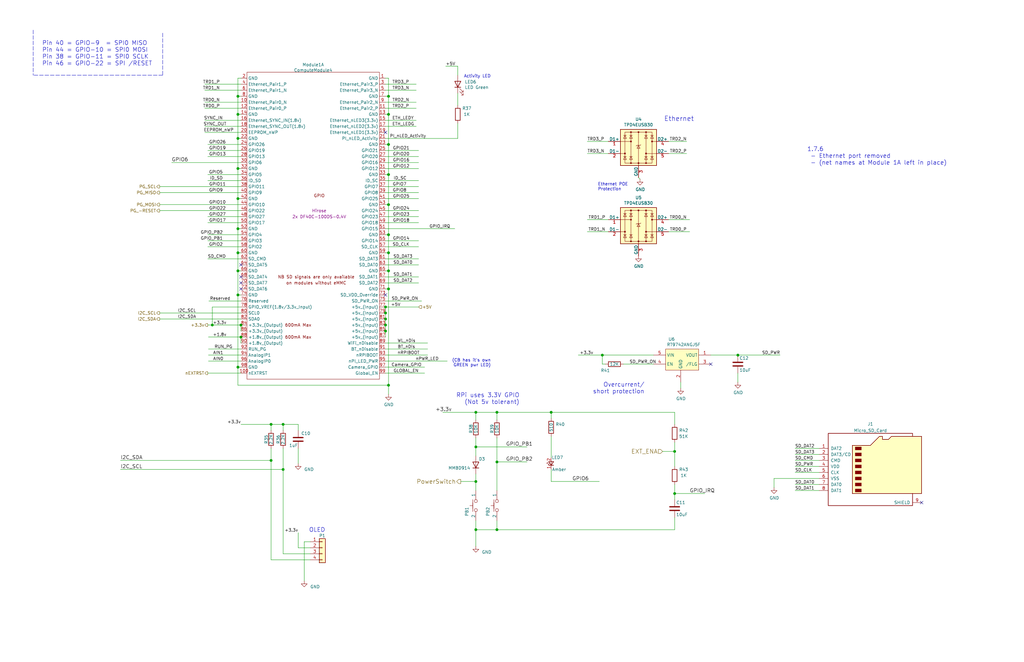
<source format=kicad_sch>
(kicad_sch (version 20211123) (generator eeschema)
  (paper "B")
  (title_block (title "ConnectBox CM4 for China Case") (date "2022-02-17") (rev "1.8.1") (comment 1 "JRA"))
  (lib_symbols
    (symbol "CM4IO:ComputeModule4-CM4"
      (property "Reference" "Module" (at 113.03 -68.58 0))
      (property "Value" "ComputeModule4-CM4" (at 140.97 2.54 0))
      (property "Field4" "Hirose" (at 0 0 0))
      (property "Field5" "2x DF40C-100DS-0.4V" (at 0 -2.54 0))
      (symbol "ComputeModule4-CM4_1_0"
        (text "GPIO" (at 0 6.35 0) (effects (font (size 1.27 1.27))))
      )
      (symbol "ComputeModule4-CM4_1_1"
        (text "600mA Max" (at -8.89 -53.34 0) (effects (font (size 1.27 1.27))))
        (text "600mA Max" (at -8.89 -48.26 0) (effects (font (size 1.27 1.27))))
        (text "NB SD signals are only available" (at -1.27 -27.94 0) (effects (font (size 1.27 1.27))))
        (text "on modules without eMMC" (at -1.27 -30.48 0) (effects (font (size 1.27 1.27))))
        (pin power_in line (at 27.94 55.88 180) (length 2.54) (name "GND") (number "1"))
        (pin passive line (at -33.02 45.72 0) (length 2.54) (name "Ethernet_Pair0_N") (number "10"))
        (pin output line (at -33.02 -68.58 0) (length 2.54) (name "nEXTRST") (number "100"))
        (pin passive line (at 27.94 43.18 180) (length 2.54) (name "Ethernet_Pair2_P") (number "11"))
        (pin passive line (at -33.02 43.18 0) (length 2.54) (name "Ethernet_Pair0_P") (number "12"))
        (pin power_in line (at 27.94 40.64 180) (length 2.54) (name "GND") (number "13"))
        (pin power_in line (at -33.02 40.64 0) (length 2.54) (name "GND") (number "14"))
        (pin output line (at 27.94 38.1 180) (length 2.54) (name "Ethernet_nLED3(3.3v)") (number "15"))
        (pin input line (at -33.02 38.1 0) (length 2.54) (name "Ethernet_SYNC_IN(1.8v)") (number "16"))
        (pin output line (at 27.94 35.56 180) (length 2.54) (name "Ethernet_nLED2(3.3v)") (number "17"))
        (pin input line (at -33.02 35.56 0) (length 2.54) (name "Ethernet_SYNC_OUT(1.8v)") (number "18"))
        (pin output line (at 27.94 33.02 180) (length 2.54) (name "Ethernet_nLED1(3.3v)") (number "19"))
        (pin power_in line (at -33.02 55.88 0) (length 2.54) (name "GND") (number "2"))
        (pin passive line (at -33.02 33.02 0) (length 2.54) (name "EEPROM_nWP") (number "20"))
        (pin open_collector line (at 27.94 30.48 180) (length 2.54) (name "PI_nLED_Activity") (number "21"))
        (pin power_in line (at -33.02 30.48 0) (length 2.54) (name "GND") (number "22"))
        (pin power_in line (at 27.94 27.94 180) (length 2.54) (name "GND") (number "23"))
        (pin passive line (at -33.02 27.94 0) (length 2.54) (name "GPIO26") (number "24"))
        (pin passive line (at 27.94 25.4 180) (length 2.54) (name "GPIO21") (number "25"))
        (pin passive line (at -33.02 25.4 0) (length 2.54) (name "GPIO19") (number "26"))
        (pin passive line (at 27.94 22.86 180) (length 2.54) (name "GPIO20") (number "27"))
        (pin passive line (at -33.02 22.86 0) (length 2.54) (name "GPIO13") (number "28"))
        (pin passive line (at 27.94 20.32 180) (length 2.54) (name "GPIO16") (number "29"))
        (pin passive line (at 27.94 53.34 180) (length 2.54) (name "Ethernet_Pair3_P") (number "3"))
        (pin passive line (at -33.02 20.32 0) (length 2.54) (name "GPIO6") (number "30"))
        (pin passive line (at 27.94 17.78 180) (length 2.54) (name "GPIO12") (number "31"))
        (pin power_in line (at -33.02 17.78 0) (length 2.54) (name "GND") (number "32"))
        (pin power_in line (at 27.94 15.24 180) (length 2.54) (name "GND") (number "33"))
        (pin passive line (at -33.02 15.24 0) (length 2.54) (name "GPIO5") (number "34"))
        (pin passive line (at 27.94 12.7 180) (length 2.54) (name "ID_SC") (number "35"))
        (pin passive line (at -33.02 12.7 0) (length 2.54) (name "ID_SD") (number "36"))
        (pin passive line (at 27.94 10.16 180) (length 2.54) (name "GPIO7") (number "37"))
        (pin passive line (at -33.02 10.16 0) (length 2.54) (name "GPIO11") (number "38"))
        (pin passive line (at 27.94 7.62 180) (length 2.54) (name "GPIO8") (number "39"))
        (pin passive line (at -33.02 53.34 0) (length 2.54) (name "Ethernet_Pair1_P") (number "4"))
        (pin passive line (at -33.02 7.62 0) (length 2.54) (name "GPIO9") (number "40"))
        (pin passive line (at 27.94 5.08 180) (length 2.54) (name "GPIO25") (number "41"))
        (pin power_in line (at -33.02 5.08 0) (length 2.54) (name "GND") (number "42"))
        (pin power_in line (at 27.94 2.54 180) (length 2.54) (name "GND") (number "43"))
        (pin passive line (at -33.02 2.54 0) (length 2.54) (name "GPIO10") (number "44"))
        (pin passive line (at 27.94 0 180) (length 2.54) (name "GPIO24") (number "45"))
        (pin passive line (at -33.02 0 0) (length 2.54) (name "GPIO22") (number "46"))
        (pin passive line (at 27.94 -2.54 180) (length 2.54) (name "GPIO23") (number "47"))
        (pin passive line (at -33.02 -2.54 0) (length 2.54) (name "GPIO27") (number "48"))
        (pin passive line (at 27.94 -5.08 180) (length 2.54) (name "GPIO18") (number "49"))
        (pin passive line (at 27.94 50.8 180) (length 2.54) (name "Ethernet_Pair3_N") (number "5"))
        (pin passive line (at -33.02 -5.08 0) (length 2.54) (name "GPIO17") (number "50"))
        (pin passive line (at 27.94 -7.62 180) (length 2.54) (name "GPIO15") (number "51"))
        (pin power_in line (at -33.02 -7.62 0) (length 2.54) (name "GND") (number "52"))
        (pin power_in line (at 27.94 -10.16 180) (length 2.54) (name "GND") (number "53"))
        (pin passive line (at -33.02 -10.16 0) (length 2.54) (name "GPIO4") (number "54"))
        (pin passive line (at 27.94 -12.7 180) (length 2.54) (name "GPIO14") (number "55"))
        (pin passive line (at -33.02 -12.7 0) (length 2.54) (name "GPIO3") (number "56"))
        (pin passive line (at 27.94 -15.24 180) (length 2.54) (name "SD_CLK") (number "57"))
        (pin passive line (at -33.02 -15.24 0) (length 2.54) (name "GPIO2") (number "58"))
        (pin power_in line (at 27.94 -17.78 180) (length 2.54) (name "GND") (number "59"))
        (pin passive line (at -33.02 50.8 0) (length 2.54) (name "Ethernet_Pair1_N") (number "6"))
        (pin power_in line (at -33.02 -17.78 0) (length 2.54) (name "GND") (number "60"))
        (pin passive line (at 27.94 -20.32 180) (length 2.54) (name "SD_DAT3") (number "61"))
        (pin passive line (at -33.02 -20.32 0) (length 2.54) (name "SD_CMD") (number "62"))
        (pin passive line (at 27.94 -22.86 180) (length 2.54) (name "SD_DAT0") (number "63"))
        (pin passive line (at -33.02 -22.86 0) (length 2.54) (name "SD_DAT5") (number "64"))
        (pin power_in line (at 27.94 -25.4 180) (length 2.54) (name "GND") (number "65"))
        (pin power_in line (at -33.02 -25.4 0) (length 2.54) (name "GND") (number "66"))
        (pin passive line (at 27.94 -27.94 180) (length 2.54) (name "SD_DAT1") (number "67"))
        (pin passive line (at -33.02 -27.94 0) (length 2.54) (name "SD_DAT4") (number "68"))
        (pin passive line (at 27.94 -30.48 180) (length 2.54) (name "SD_DAT2") (number "69"))
        (pin power_in line (at 27.94 48.26 180) (length 2.54) (name "GND") (number "7"))
        (pin passive line (at -33.02 -30.48 0) (length 2.54) (name "SD_DAT7") (number "70"))
        (pin power_in line (at 27.94 -33.02 180) (length 2.54) (name "GND") (number "71"))
        (pin passive line (at -33.02 -33.02 0) (length 2.54) (name "SD_DAT6") (number "72"))
        (pin input line (at 27.94 -35.56 180) (length 2.54) (name "SD_VDD_Override") (number "73"))
        (pin power_in line (at -33.02 -35.56 0) (length 2.54) (name "GND") (number "74"))
        (pin output line (at 27.94 -38.1 180) (length 2.54) (name "SD_PWR_ON") (number "75"))
        (pin passive line (at -33.02 -38.1 0) (length 2.54) (name "Reserved") (number "76"))
        (pin power_in line (at 27.94 -40.64 180) (length 2.54) (name "+5v_(Input)") (number "77"))
        (pin power_in line (at -33.02 -40.64 0) (length 2.54) (name "GPIO_VREF(1.8v/3.3v_Input)") (number "78"))
        (pin power_in line (at 27.94 -43.18 180) (length 2.54) (name "+5v_(Input)") (number "79"))
        (pin power_in line (at -33.02 48.26 0) (length 2.54) (name "GND") (number "8"))
        (pin passive line (at -33.02 -43.18 0) (length 2.54) (name "SCL0") (number "80"))
        (pin power_in line (at 27.94 -45.72 180) (length 2.54) (name "+5v_(Input)") (number "81"))
        (pin passive line (at -33.02 -45.72 0) (length 2.54) (name "SDA0") (number "82"))
        (pin power_in line (at 27.94 -48.26 180) (length 2.54) (name "+5v_(Input)") (number "83"))
        (pin power_out line (at -33.02 -48.26 0) (length 2.54) (name "+3.3v_(Output)") (number "84"))
        (pin power_in line (at 27.94 -50.8 180) (length 2.54) (name "+5v_(Input)") (number "85"))
        (pin power_out line (at -33.02 -50.8 0) (length 2.54) (name "+3.3v_(Output)") (number "86"))
        (pin power_in line (at 27.94 -53.34 180) (length 2.54) (name "+5v_(Input)") (number "87"))
        (pin power_out line (at -33.02 -53.34 0) (length 2.54) (name "+1.8v_(Output)") (number "88"))
        (pin power_in line (at 27.94 -55.88 180) (length 2.54) (name "WiFi_nDisable") (number "89"))
        (pin passive line (at 27.94 45.72 180) (length 2.54) (name "Ethernet_Pair2_N") (number "9"))
        (pin power_out line (at -33.02 -55.88 0) (length 2.54) (name "+1.8v_(Output)") (number "90"))
        (pin power_in line (at 27.94 -58.42 180) (length 2.54) (name "BT_nDisable") (number "91"))
        (pin passive line (at -33.02 -58.42 0) (length 2.54) (name "RUN_PG") (number "92"))
        (pin input line (at 27.94 -60.96 180) (length 2.54) (name "nRPIBOOT") (number "93"))
        (pin passive line (at -33.02 -60.96 0) (length 2.54) (name "AnalogIP1") (number "94"))
        (pin output line (at 27.94 -63.5 180) (length 2.54) (name "nPI_LED_PWR") (number "95"))
        (pin passive line (at -33.02 -63.5 0) (length 2.54) (name "AnalogIP0") (number "96"))
        (pin passive line (at 27.94 -66.04 180) (length 2.54) (name "Camera_GPIO") (number "97"))
        (pin power_in line (at -33.02 -66.04 0) (length 2.54) (name "GND") (number "98"))
        (pin input line (at 27.94 -68.58 180) (length 2.54) (name "Global_EN") (number "99"))
      )
      (symbol "ComputeModule4-CM4_2_1"
        (text "High Speed Serial" (at 140.97 0 0) (effects (font (size 1.27 1.27))))
        (pin input line (at 170.18 60.96 180) (length 5.08) (name "USB_OTG_ID") (number "101"))
        (pin input line (at 109.22 60.96 0) (length 5.08) (name "PCIe_CLK_nREQ") (number "102"))
        (pin passive line (at 170.18 58.42 180) (length 5.08) (name "USB2_N") (number "103"))
        (pin passive line (at 109.22 58.42 0) (length 5.08) (name "Reserved") (number "104"))
        (pin passive line (at 170.18 55.88 180) (length 5.08) (name "USB2_P") (number "105"))
        (pin passive line (at 109.22 55.88 0) (length 5.08) (name "Reserved") (number "106"))
        (pin power_in line (at 170.18 53.34 180) (length 5.08) (name "GND") (number "107"))
        (pin power_in line (at 109.22 53.34 0) (length 5.08) (name "GND") (number "108"))
        (pin bidirectional line (at 170.18 50.8 180) (length 5.08) (name "PCIe_nRST") (number "109"))
        (pin output line (at 109.22 50.8 0) (length 5.08) (name "PCIe_CLK_P") (number "110"))
        (pin passive line (at 170.18 48.26 180) (length 5.08) (name "VDAC_COMP") (number "111"))
        (pin output line (at 109.22 48.26 0) (length 5.08) (name "PCIe_CLK_N") (number "112"))
        (pin power_in line (at 170.18 45.72 180) (length 5.08) (name "GND") (number "113"))
        (pin power_in line (at 109.22 45.72 0) (length 5.08) (name "GND") (number "114"))
        (pin input line (at 170.18 43.18 180) (length 5.08) (name "CAM1_D0_N") (number "115"))
        (pin input line (at 109.22 43.18 0) (length 5.08) (name "PCIe_RX_P") (number "116"))
        (pin input line (at 170.18 40.64 180) (length 5.08) (name "CAM1_D0_P") (number "117"))
        (pin input line (at 109.22 40.64 0) (length 5.08) (name "PCIe_RX_N") (number "118"))
        (pin power_in line (at 170.18 38.1 180) (length 5.08) (name "GND") (number "119"))
        (pin power_in line (at 109.22 38.1 0) (length 5.08) (name "GND") (number "120"))
        (pin input line (at 170.18 35.56 180) (length 5.08) (name "CAM1_D1_N") (number "121"))
        (pin output line (at 109.22 35.56 0) (length 5.08) (name "PCIe_TX_P") (number "122"))
        (pin input line (at 170.18 33.02 180) (length 5.08) (name "CAM1_D1_P") (number "123"))
        (pin output line (at 109.22 33.02 0) (length 5.08) (name "PCIe_TX_N") (number "124"))
        (pin power_in line (at 170.18 30.48 180) (length 5.08) (name "GND") (number "125"))
        (pin power_in line (at 109.22 30.48 0) (length 5.08) (name "GND") (number "126"))
        (pin input line (at 170.18 27.94 180) (length 5.08) (name "CAM1_C_N") (number "127"))
        (pin input line (at 109.22 27.94 0) (length 5.08) (name "CAM0_D0_N") (number "128"))
        (pin input line (at 170.18 25.4 180) (length 5.08) (name "CAM1_C_P") (number "129"))
        (pin input line (at 109.22 25.4 0) (length 5.08) (name "CAM0_D0_P") (number "130"))
        (pin power_in line (at 170.18 22.86 180) (length 5.08) (name "GND") (number "131"))
        (pin power_in line (at 109.22 22.86 0) (length 5.08) (name "GND") (number "132"))
        (pin input line (at 170.18 20.32 180) (length 5.08) (name "CAM1_D2_N") (number "133"))
        (pin input line (at 109.22 20.32 0) (length 5.08) (name "CAM0_D1_N") (number "134"))
        (pin input line (at 170.18 17.78 180) (length 5.08) (name "CAM1_D2_P") (number "135"))
        (pin input line (at 109.22 17.78 0) (length 5.08) (name "CAM0_D1_P") (number "136"))
        (pin power_in line (at 170.18 15.24 180) (length 5.08) (name "GND") (number "137"))
        (pin power_in line (at 109.22 15.24 0) (length 5.08) (name "GND") (number "138"))
        (pin input line (at 170.18 12.7 180) (length 5.08) (name "CAM1_D3_N") (number "139"))
        (pin input line (at 109.22 12.7 0) (length 5.08) (name "CAM0_C_N") (number "140"))
        (pin input line (at 170.18 10.16 180) (length 5.08) (name "CAM1_D3_P") (number "141"))
        (pin input line (at 109.22 10.16 0) (length 5.08) (name "CAM0_C_P") (number "142"))
        (pin input line (at 170.18 7.62 180) (length 5.08) (name "HDMI1_HOTPLUG") (number "143"))
        (pin power_in line (at 109.22 7.62 0) (length 5.08) (name "GND") (number "144"))
        (pin bidirectional line (at 170.18 5.08 180) (length 5.08) (name "HDMI1_SDA") (number "145"))
        (pin output line (at 109.22 5.08 0) (length 5.08) (name "HDMI1_TX2_P") (number "146"))
        (pin open_collector line (at 170.18 2.54 180) (length 5.08) (name "HDMI1_SCL") (number "147"))
        (pin output line (at 109.22 2.54 0) (length 5.08) (name "HDMI1_TX2_N") (number "148"))
        (pin open_collector line (at 170.18 0 180) (length 5.08) (name "HDMI1_CEC") (number "149"))
        (pin power_in line (at 109.22 0 0) (length 5.08) (name "GND") (number "150"))
        (pin open_collector line (at 170.18 -2.54 180) (length 5.08) (name "HDMI0_CEC") (number "151"))
        (pin output line (at 109.22 -2.54 0) (length 5.08) (name "HDMI1_TX1_P") (number "152"))
        (pin input line (at 170.18 -5.08 180) (length 5.08) (name "HDMI0_HOTPLUG") (number "153"))
        (pin output line (at 109.22 -5.08 0) (length 5.08) (name "HDMI1_TX1_N") (number "154"))
        (pin power_in line (at 170.18 -7.62 180) (length 5.08) (name "GND") (number "155"))
        (pin power_in line (at 109.22 -7.62 0) (length 5.08) (name "GND") (number "156"))
        (pin output line (at 170.18 -10.16 180) (length 5.08) (name "DSI0_D0_N") (number "157"))
        (pin output line (at 109.22 -10.16 0) (length 5.08) (name "HDMI1_TX0_P") (number "158"))
        (pin output line (at 170.18 -12.7 180) (length 5.08) (name "DSI0_D0_P") (number "159"))
        (pin output line (at 109.22 -12.7 0) (length 5.08) (name "HDMI1_TX0_N") (number "160"))
        (pin power_in line (at 170.18 -15.24 180) (length 5.08) (name "GND") (number "161"))
        (pin power_in line (at 109.22 -15.24 0) (length 5.08) (name "GND") (number "162"))
        (pin output line (at 170.18 -17.78 180) (length 5.08) (name "DSI0_D1_N") (number "163"))
        (pin output line (at 109.22 -17.78 0) (length 5.08) (name "HDMI1_CLK_P") (number "164"))
        (pin output line (at 170.18 -20.32 180) (length 5.08) (name "DSI0_D1_P") (number "165"))
        (pin output line (at 109.22 -20.32 0) (length 5.08) (name "HDMI1_CLK_N") (number "166"))
        (pin power_in line (at 170.18 -22.86 180) (length 5.08) (name "GND") (number "167"))
        (pin power_in line (at 109.22 -22.86 0) (length 5.08) (name "GND") (number "168"))
        (pin output line (at 170.18 -25.4 180) (length 5.08) (name "DSI0_C_N") (number "169"))
        (pin output line (at 109.22 -25.4 0) (length 5.08) (name "HDMI0_TX2_P") (number "170"))
        (pin output line (at 170.18 -27.94 180) (length 5.08) (name "DSI0_C_P") (number "171"))
        (pin output line (at 109.22 -27.94 0) (length 5.08) (name "HDMI0_TX2_N") (number "172"))
        (pin power_in line (at 170.18 -30.48 180) (length 5.08) (name "GND") (number "173"))
        (pin power_in line (at 109.22 -30.48 0) (length 5.08) (name "GND") (number "174"))
        (pin output line (at 170.18 -33.02 180) (length 5.08) (name "DSI1_D0_N") (number "175"))
        (pin output line (at 109.22 -33.02 0) (length 5.08) (name "HDMI0_TX1_P") (number "176"))
        (pin output line (at 170.18 -35.56 180) (length 5.08) (name "DSI1_D0_P") (number "177"))
        (pin output line (at 109.22 -35.56 0) (length 5.08) (name "HDMI0_TX1_N") (number "178"))
        (pin power_in line (at 170.18 -38.1 180) (length 5.08) (name "GND") (number "179"))
        (pin power_in line (at 109.22 -38.1 0) (length 5.08) (name "GND") (number "180"))
        (pin output line (at 170.18 -40.64 180) (length 5.08) (name "DSI1_D1_N") (number "181"))
        (pin output line (at 109.22 -40.64 0) (length 5.08) (name "HDMI0_TX0_P") (number "182"))
        (pin output line (at 170.18 -43.18 180) (length 5.08) (name "DSI1_D1_P") (number "183"))
        (pin output line (at 109.22 -43.18 0) (length 5.08) (name "HDMI0_TX0_N") (number "184"))
        (pin power_in line (at 170.18 -45.72 180) (length 5.08) (name "GND") (number "185"))
        (pin power_in line (at 109.22 -45.72 0) (length 5.08) (name "GND") (number "186"))
        (pin output line (at 170.18 -48.26 180) (length 5.08) (name "DSI1_C_N") (number "187"))
        (pin output line (at 109.22 -48.26 0) (length 5.08) (name "HDMI0_CLK_P") (number "188"))
        (pin output line (at 170.18 -50.8 180) (length 5.08) (name "DSI1_C_P") (number "189"))
        (pin output line (at 109.22 -50.8 0) (length 5.08) (name "HDMI0_CLK_N") (number "190"))
        (pin power_in line (at 170.18 -53.34 180) (length 5.08) (name "GND") (number "191"))
        (pin power_in line (at 109.22 -53.34 0) (length 5.08) (name "GND") (number "192"))
        (pin output line (at 170.18 -55.88 180) (length 5.08) (name "DSI1_D2_N") (number "193"))
        (pin output line (at 109.22 -55.88 0) (length 5.08) (name "DSI1_D3_N") (number "194"))
        (pin output line (at 170.18 -58.42 180) (length 5.08) (name "DSI1_D2_P") (number "195"))
        (pin output line (at 109.22 -58.42 0) (length 5.08) (name "DSI1_D3_P") (number "196"))
        (pin power_in line (at 170.18 -60.96 180) (length 5.08) (name "GND") (number "197"))
        (pin power_in line (at 109.22 -60.96 0) (length 5.08) (name "GND") (number "198"))
        (pin bidirectional line (at 170.18 -63.5 180) (length 5.08) (name "HDMI0_SDA") (number "199"))
        (pin open_collector line (at 109.22 -63.5 0) (length 5.08) (name "HDMI0_SCL") (number "200"))
      )
    )
    (symbol "CM4IO:TPD4EUSB30" (pin_names (offset 0))
      (property "Reference" "U" (at -0.635 8.89 0))
      (property "Value" "TPD4EUSB30" (at 8.89 -10.16 0))
      (symbol "TPD4EUSB30_1_1"
        (pin passive line (at -12.7 2.54 0) (length 5.08) (name "D1+") (number "1"))
        (pin passive line (at -12.7 2.54 0) (length 5.08) hide (name "~") (number "10"))
        (pin passive line (at -12.7 -2.54 0) (length 5.08) (name "D1-") (number "2"))
        (pin power_in line (at 0 -12.7 90) (length 5.08) (name "GND") (number "3"))
        (pin passive line (at 12.7 2.54 180) (length 5.08) (name "D2+") (number "4"))
        (pin passive line (at 12.7 -2.54 180) (length 5.08) (name "D2-") (number "5"))
        (pin passive line (at 12.7 -2.54 180) (length 5.08) hide (name "~") (number "6"))
        (pin passive line (at 12.7 2.54 180) (length 5.08) hide (name "~") (number "7"))
        (pin passive line (at 0 -12.7 90) (length 5.08) hide (name "GND") (number "8"))
        (pin passive line (at -12.7 -2.54 0) (length 5.08) hide (name "~") (number "9"))
      )
    )
    (symbol "Connector:Micro_SD_Card" (pin_names (offset 1.016))
      (property "Reference" "J" (at -16.51 15.24 0))
      (property "Value" "Micro_SD_Card" (at 16.51 15.24 0))
      (symbol "Micro_SD_Card_1_1"
        (pin bidirectional line (at -22.86 7.62 0) (length 3.81) (name "DAT2") (number "1"))
        (pin bidirectional line (at -22.86 5.08 0) (length 3.81) (name "DAT3/CD") (number "2"))
        (pin input line (at -22.86 2.54 0) (length 3.81) (name "CMD") (number "3"))
        (pin power_in line (at -22.86 0 0) (length 3.81) (name "VDD") (number "4"))
        (pin input line (at -22.86 -2.54 0) (length 3.81) (name "CLK") (number "5"))
        (pin power_in line (at -22.86 -5.08 0) (length 3.81) (name "VSS") (number "6"))
        (pin bidirectional line (at -22.86 -7.62 0) (length 3.81) (name "DAT0") (number "7"))
        (pin bidirectional line (at -22.86 -10.16 0) (length 3.81) (name "DAT1") (number "8"))
        (pin passive line (at 20.32 -15.24 180) (length 3.81) (name "SHIELD") (number "9"))
      )
    )
    (symbol "Connector_Generic:Conn_01x04" (pin_names (offset 1.016) hide)
      (property "Reference" "J" (at 0 5.08 0))
      (property "Value" "Conn_01x04" (at 0 -7.62 0))
      (symbol "Conn_01x04_1_1"
        (pin passive line (at -5.08 2.54 0) (length 3.81) (name "Pin_1") (number "1"))
        (pin passive line (at -5.08 0 0) (length 3.81) (name "Pin_2") (number "2"))
        (pin passive line (at -5.08 -2.54 0) (length 3.81) (name "Pin_3") (number "3"))
        (pin passive line (at -5.08 -5.08 0) (length 3.81) (name "Pin_4") (number "4"))
      )
    )
    (symbol "CustomComponents:SPST-PUSH" (pin_numbers hide) (pin_names (offset 0))
      (property "Reference" "SW" (at -2.54 3.81 0))
      (property "Value" "SPST-PUSH" (at -1.27 -2.54 0))
      (symbol "SPST-PUSH_1_1"
        (pin passive line (at 6.35 0 180) (length 3.81) (name "1") (number "1"))
        (pin passive line (at -6.35 0 0) (length 3.81) (name "2") (number "2"))
      )
    )
    (symbol "Custom_1:T9742ANGJ5F"
      (property "Reference" "U" (at -2.54 13.97 0))
      (property "Value" "T9742ANGJ5F" (at 2.54 11.43 0))
      (symbol "T9742ANGJ5F_1_1"
        (pin power_out line (at 11.43 6.35 180) (length 5.08) (name "VOUT") (number "1"))
        (pin input line (at -1.27 -5.08 90) (length 5.08) (name "GND") (number "2"))
        (pin input line (at 11.43 2.54 180) (length 5.08) (name "/FLG") (number "3"))
        (pin input line (at -12.7 2.54 0) (length 5.08) (name "EN") (number "4"))
        (pin input line (at -12.7 6.35 0) (length 5.08) (name "VIN") (number "5"))
      )
    )
    (symbol "Device:C" (pin_numbers hide) (pin_names (offset 0.254))
      (property "Reference" "C" (at 0.635 2.54 0))
      (property "Value" "C" (at 0.635 -2.54 0))
      (symbol "C_1_1"
        (pin passive line (at 0 3.81 270) (length 2.794) (name "~") (number "1"))
        (pin passive line (at 0 -3.81 90) (length 2.794) (name "~") (number "2"))
      )
    )
    (symbol "Device:LED" (pin_numbers hide) (pin_names hide)
      (property "Reference" "D" (at 0 2.54 0))
      (property "Value" "LED" (at 0 -2.54 0))
      (symbol "LED_1_1"
        (pin passive line (at -3.81 0 0) (length 2.54) (name "K") (number "1"))
        (pin passive line (at 3.81 0 180) (length 2.54) (name "A") (number "2"))
      )
    )
    (symbol "Device:R" (pin_numbers hide) (pin_names (offset 0))
      (property "Reference" "R" (at 2.032 0 90))
      (property "Value" "R" (at 0 0 90))
      (symbol "R_1_1"
        (pin passive line (at 0 3.81 270) (length 1.27) (name "~") (number "1"))
        (pin passive line (at 0 -3.81 90) (length 1.27) (name "~") (number "2"))
      )
    )
    (symbol "Diode:1N914" (pin_numbers hide) (pin_names (offset 1.016) hide)
      (property "Reference" "D" (at 0 2.54 0))
      (property "Value" "1N914" (at 0 -2.54 0))
      (symbol "1N914_1_1"
        (pin passive line (at -3.81 0 0) (length 2.54) (name "K") (number "1"))
        (pin passive line (at 3.81 0 180) (length 2.54) (name "A") (number "2"))
      )
    )
    (symbol "LED_Small_1" (pin_names (offset 0.254) hide)
      (property "Reference" "D" (at -1.27 3.175 0))
      (property "Value" "LED_Small_1" (at -4.445 -2.54 0))
      (symbol "LED_Small_1_1_1"
        (pin passive line (at -2.54 0 0) (length 1.778) (name "K") (number "1"))
        (pin passive line (at 2.54 0 180) (length 1.778) (name "A") (number "2"))
      )
    )
    (symbol "power:GND" (power) (pin_names (offset 0))
      (property "Value" "GND" (at 0 -3.81 0))
      (symbol "GND_1_1"
        (pin power_in line (at 0 0 270) (length 0) hide (name "GND") (number "1"))
      )
    )
  )
  (junction (at 163.83 114.3) (diameter 1.016))
  (junction (at 100.33 106.68) (diameter 1.016))
  (junction (at 114.3 179.07) (diameter 1.016))
  (junction (at 162.56 139.7) (diameter 1.016))
  (junction (at 114.3 194.31) (diameter 1.016))
  (junction (at 209.55 223.52) (diameter 1.016))
  (junction (at 163.83 86.36) (diameter 1.016))
  (junction (at 101.6 142.24) (diameter 1.016))
  (junction (at 163.83 60.96) (diameter 1.016))
  (junction (at 163.83 40.64) (diameter 1.016))
  (junction (at 163.83 121.92) (diameter 1.016))
  (junction (at 200.66 203.2) (diameter 1.016))
  (junction (at 163.83 48.26) (diameter 1.016))
  (junction (at 209.55 194.945) (diameter 1.016))
  (junction (at 101.6 137.16) (diameter 1.016))
  (junction (at 119.38 179.07) (diameter 1.016))
  (junction (at 163.83 73.66) (diameter 1.016))
  (junction (at 163.83 99.06) (diameter 1.016))
  (junction (at 100.33 40.64) (diameter 1.016))
  (junction (at 100.33 58.42) (diameter 1.016))
  (junction (at 100.33 96.52) (diameter 1.016))
  (junction (at 284.48 190.5) (diameter 1.016))
  (junction (at 162.56 129.54) (diameter 1.016))
  (junction (at 232.41 173.99) (diameter 1.016))
  (junction (at 100.33 83.82) (diameter 1.016))
  (junction (at 89.535 137.16) (diameter 1.016))
  (junction (at 100.33 124.46) (diameter 1.016))
  (junction (at 209.55 173.99) (diameter 1.016))
  (junction (at 200.66 223.52) (diameter 1.016))
  (junction (at 200.66 188.595) (diameter 1.016))
  (junction (at 311.15 149.86) (diameter 1.016))
  (junction (at 162.56 137.16) (diameter 1.016))
  (junction (at 200.66 173.99) (diameter 1.016))
  (junction (at 100.33 114.3) (diameter 1.016))
  (junction (at 100.33 154.94) (diameter 1.016))
  (junction (at 163.83 106.68) (diameter 1.016))
  (junction (at 254 149.86) (diameter 1.016))
  (junction (at 162.56 134.62) (diameter 1.016))
  (junction (at 163.83 162.56) (diameter 1.016))
  (junction (at 100.33 71.12) (diameter 1.016))
  (junction (at 284.48 208.28) (diameter 1.016))
  (junction (at 162.56 132.08) (diameter 1.016))
  (junction (at 100.33 48.26) (diameter 1.016))
  (junction (at 119.38 198.12) (diameter 1.016))
  (no_connect (at 388.62 212.09))
  (no_connect (at 101.6 119.38))
  (no_connect (at 101.6 116.84))
  (no_connect (at 101.6 111.76))
  (no_connect (at 299.72 153.67))
  (no_connect (at 162.56 55.88))
  (no_connect (at 101.6 121.92))
  (no_connect (at 162.56 124.46))
  (wire (pts (xy 299.72 149.86) (xy 311.15 149.86)))
  (wire (pts (xy 335.28 199.39) (xy 345.44 199.39)))
  (wire (pts (xy 162.56 129.54) (xy 162.56 132.08)))
  (wire (pts (xy 101.6 48.26) (xy 100.33 48.26)))
  (wire (pts (xy 67.31 88.9) (xy 101.6 88.9)))
  (wire (pts (xy 200.66 219.71) (xy 200.66 223.52)))
  (wire (pts (xy 162.56 45.72) (xy 175.514 45.72)))
  (wire (pts (xy 335.28 204.47) (xy 345.44 204.47)))
  (wire (pts (xy 243.84 149.86) (xy 254 149.86)))
  (wire (pts (xy 163.83 40.64) (xy 163.83 48.26)))
  (wire (pts (xy 311.15 157.48) (xy 311.15 161.29)))
  (wire (pts (xy 67.31 86.36) (xy 101.6 86.36)))
  (wire (pts (xy 100.33 71.12) (xy 101.6 71.12)))
  (wire (pts (xy 200.66 200.025) (xy 200.66 203.2)))
  (wire (pts (xy 200.66 203.2) (xy 200.66 207.01)))
  (polyline (pts (xy 13.97 12.7) (xy 13.97 31.75)) (stroke (width 0) (type dash)))
  (polyline (pts (xy 68.58 13.97) (xy 68.58 31.75)) (stroke (width 0) (type dash)))
  (polyline (pts (xy 68.58 31.75) (xy 13.97 31.75)) (stroke (width 0) (type dash)))
  (wire (pts (xy 87.63 73.66) (xy 101.6 73.66)))
  (wire (pts (xy 86.36 45.72) (xy 101.6 45.72)))
  (wire (pts (xy 162.56 147.32) (xy 180.34 147.32)))
  (wire (pts (xy 162.56 63.5) (xy 176.53 63.5)))
  (wire (pts (xy 87.63 104.14) (xy 101.6 104.14)))
  (wire (pts (xy 162.56 157.48) (xy 179.07 157.48)))
  (wire (pts (xy 128.27 228.6) (xy 128.27 245.11)))
  (wire (pts (xy 162.56 40.64) (xy 163.83 40.64)))
  (wire (pts (xy 162.56 81.28) (xy 176.53 81.28)))
  (wire (pts (xy 162.56 96.52) (xy 191.77 96.52)))
  (wire (pts (xy 163.83 73.66) (xy 163.83 86.36)))
  (wire (pts (xy 209.55 194.945) (xy 222.25 194.945)))
  (wire (pts (xy 87.63 91.44) (xy 101.6 91.44)))
  (wire (pts (xy 162.56 111.76) (xy 176.53 111.76)))
  (wire (pts (xy 87.63 99.06) (xy 101.6 99.06)))
  (wire (pts (xy 200.66 177.165) (xy 200.66 173.99)))
  (wire (pts (xy 87.63 101.6) (xy 101.6 101.6)))
  (wire (pts (xy 50.8 194.31) (xy 114.3 194.31)))
  (wire (pts (xy 162.56 114.3) (xy 163.83 114.3)))
  (wire (pts (xy 119.38 179.07) (xy 125.73 179.07)))
  (wire (pts (xy 100.33 58.42) (xy 100.33 71.12)))
  (wire (pts (xy 87.63 157.48) (xy 101.6 157.48)))
  (wire (pts (xy 193.04 39.37) (xy 193.04 44.45)))
  (wire (pts (xy 209.55 184.785) (xy 209.55 194.945)))
  (wire (pts (xy 100.33 83.82) (xy 101.6 83.82)))
  (wire (pts (xy 114.3 194.31) (xy 114.3 236.22)))
  (wire (pts (xy 114.3 236.22) (xy 130.81 236.22)))
  (wire (pts (xy 256.54 97.79) (xy 247.65 97.79)))
  (wire (pts (xy 335.28 191.77) (xy 345.44 191.77)))
  (wire (pts (xy 281.94 92.71) (xy 290.83 92.71)))
  (wire (pts (xy 162.56 71.12) (xy 176.53 71.12)))
  (wire (pts (xy 335.28 207.01) (xy 345.44 207.01)))
  (wire (pts (xy 200.66 223.52) (xy 209.55 223.52)))
  (wire (pts (xy 209.55 223.52) (xy 209.55 219.71)))
  (wire (pts (xy 326.39 201.93) (xy 326.39 205.74)))
  (wire (pts (xy 269.24 74.93) (xy 269.875 75.565)))
  (wire (pts (xy 125.73 231.14) (xy 125.73 224.79)))
  (wire (pts (xy 130.81 231.14) (xy 125.73 231.14)))
  (wire (pts (xy 130.81 228.6) (xy 128.27 228.6)))
  (wire (pts (xy 87.63 93.98) (xy 101.6 93.98)))
  (wire (pts (xy 162.56 119.38) (xy 176.53 119.38)))
  (wire (pts (xy 162.56 86.36) (xy 163.83 86.36)))
  (wire (pts (xy 281.94 64.77) (xy 289.56 64.77)))
  (wire (pts (xy 87.63 137.16) (xy 89.535 137.16)))
  (wire (pts (xy 89.535 137.16) (xy 101.6 137.16)))
  (wire (pts (xy 100.33 58.42) (xy 101.6 58.42)))
  (wire (pts (xy 162.56 68.58) (xy 176.53 68.58)))
  (wire (pts (xy 86.36 38.1) (xy 101.6 38.1)))
  (wire (pts (xy 162.56 60.96) (xy 163.83 60.96)))
  (wire (pts (xy 162.56 101.6) (xy 176.53 101.6)))
  (wire (pts (xy 88.0872 127) (xy 101.6 127)))
  (wire (pts (xy 162.56 58.42) (xy 193.04 58.42)))
  (wire (pts (xy 194.31 203.2) (xy 200.66 203.2)))
  (wire (pts (xy 162.56 66.04) (xy 176.53 66.04)))
  (wire (pts (xy 162.56 35.56) (xy 175.514 35.56)))
  (wire (pts (xy 209.55 223.52) (xy 284.48 223.52)))
  (wire (pts (xy 284.48 210.82) (xy 284.48 208.28)))
  (wire (pts (xy 284.48 223.52) (xy 284.48 218.44)))
  (wire (pts (xy 162.56 38.1) (xy 175.514 38.1)))
  (wire (pts (xy 162.56 144.78) (xy 180.34 144.78)))
  (wire (pts (xy 86.36 35.56) (xy 101.6 35.56)))
  (wire (pts (xy 163.83 86.36) (xy 163.83 99.06)))
  (wire (pts (xy 281.94 59.69) (xy 289.56 59.69)))
  (wire (pts (xy 100.33 106.68) (xy 100.33 114.3)))
  (wire (pts (xy 200.66 184.785) (xy 200.66 188.595)))
  (wire (pts (xy 163.83 162.56) (xy 163.83 166.37)))
  (wire (pts (xy 87.63 76.2) (xy 101.6 76.2)))
  (wire (pts (xy 119.38 179.07) (xy 119.38 181.61)))
  (wire (pts (xy 284.48 208.28) (xy 297.18 208.28)))
  (wire (pts (xy 67.31 134.62) (xy 101.6 134.62)))
  (wire (pts (xy 284.48 186.69) (xy 284.48 190.5)))
  (wire (pts (xy 101.6 40.64) (xy 100.33 40.64)))
  (wire (pts (xy 101.6 139.7) (xy 101.6 137.16)))
  (wire (pts (xy 86.36 43.18) (xy 101.6 43.18)))
  (wire (pts (xy 87.63 63.5) (xy 101.6 63.5)))
  (wire (pts (xy 101.6 154.94) (xy 100.33 154.94)))
  (wire (pts (xy 162.56 76.2) (xy 176.53 76.2)))
  (wire (pts (xy 87.63 60.96) (xy 101.6 60.96)))
  (wire (pts (xy 162.56 91.44) (xy 176.53 91.44)))
  (wire (pts (xy 87.884 147.32) (xy 101.6 147.32)))
  (wire (pts (xy 163.83 121.92) (xy 163.83 162.56)))
  (wire (pts (xy 87.63 66.04) (xy 101.6 66.04)))
  (wire (pts (xy 100.33 154.94) (xy 100.33 162.56)))
  (wire (pts (xy 254 149.86) (xy 275.59 149.86)))
  (wire (pts (xy 101.6 33.02) (xy 100.33 33.02)))
  (wire (pts (xy 162.56 134.62) (xy 162.56 137.16)))
  (wire (pts (xy 162.56 152.4) (xy 188.595 152.4)))
  (wire (pts (xy 100.33 114.3) (xy 101.6 114.3)))
  (wire (pts (xy 176.53 109.22) (xy 162.56 109.22)))
  (wire (pts (xy 100.33 83.82) (xy 100.33 96.52)))
  (wire (pts (xy 232.41 173.99) (xy 209.55 173.99)))
  (wire (pts (xy 232.41 176.53) (xy 232.41 173.99)))
  (wire (pts (xy 50.8 198.12) (xy 119.38 198.12)))
  (wire (pts (xy 209.55 194.945) (xy 209.55 207.01)))
  (wire (pts (xy 101.6 179.07) (xy 114.3 179.07)))
  (wire (pts (xy 162.56 50.8) (xy 175.514 50.8)))
  (wire (pts (xy 187.96 27.94) (xy 193.04 27.94)))
  (wire (pts (xy 114.3 194.31) (xy 114.3 189.23)))
  (wire (pts (xy 100.33 96.52) (xy 101.6 96.52)))
  (wire (pts (xy 162.56 93.98) (xy 176.53 93.98)))
  (wire (pts (xy 279.4 190.5) (xy 284.48 190.5)))
  (wire (pts (xy 163.83 106.68) (xy 163.83 114.3)))
  (wire (pts (xy 162.56 99.06) (xy 163.83 99.06)))
  (wire (pts (xy 163.83 114.3) (xy 163.83 121.92)))
  (wire (pts (xy 162.56 132.08) (xy 162.56 134.62)))
  (wire (pts (xy 162.56 53.34) (xy 175.514 53.34)))
  (wire (pts (xy 284.48 190.5) (xy 284.48 196.85)))
  (wire (pts (xy 163.83 48.26) (xy 163.83 60.96)))
  (wire (pts (xy 67.31 78.74) (xy 101.6 78.74)))
  (wire (pts (xy 89.535 129.54) (xy 101.6 129.54)))
  (wire (pts (xy 100.33 40.64) (xy 100.33 48.26)))
  (wire (pts (xy 162.56 106.68) (xy 163.83 106.68)))
  (wire (pts (xy 335.28 194.31) (xy 345.44 194.31)))
  (wire (pts (xy 232.41 203.2) (xy 232.41 198.12)))
  (wire (pts (xy 86.36 50.8) (xy 101.6 50.8)))
  (wire (pts (xy 100.33 162.56) (xy 163.83 162.56)))
  (wire (pts (xy 100.33 106.68) (xy 101.6 106.68)))
  (wire (pts (xy 100.33 124.46) (xy 101.6 124.46)))
  (wire (pts (xy 67.31 132.08) (xy 101.6 132.08)))
  (wire (pts (xy 101.6 144.78) (xy 101.6 142.24)))
  (wire (pts (xy 162.56 139.7) (xy 162.56 142.24)))
  (wire (pts (xy 86.36 55.88) (xy 101.6 55.88)))
  (wire (pts (xy 335.28 196.85) (xy 345.44 196.85)))
  (wire (pts (xy 162.56 33.02) (xy 163.83 33.02)))
  (wire (pts (xy 200.66 188.595) (xy 200.66 192.405)))
  (wire (pts (xy 232.41 203.2) (xy 252.73 203.2)))
  (wire (pts (xy 200.66 173.99) (xy 209.55 173.99)))
  (wire (pts (xy 89.535 129.54) (xy 89.535 137.16)))
  (wire (pts (xy 326.39 201.93) (xy 345.44 201.93)))
  (wire (pts (xy 254 153.67) (xy 254 149.86)))
  (wire (pts (xy 255.27 153.67) (xy 254 153.67)))
  (wire (pts (xy 162.56 127) (xy 177.8 127)))
  (wire (pts (xy 262.89 153.67) (xy 275.59 153.67)))
  (wire (pts (xy 114.3 179.07) (xy 119.38 179.07)))
  (wire (pts (xy 100.33 71.12) (xy 100.33 83.82)))
  (wire (pts (xy 200.66 223.52) (xy 200.66 230.505)))
  (wire (pts (xy 87.63 109.22) (xy 101.6 109.22)))
  (wire (pts (xy 162.56 137.16) (xy 162.56 139.7)))
  (wire (pts (xy 100.33 33.02) (xy 100.33 40.64)))
  (wire (pts (xy 232.41 173.99) (xy 284.48 173.99)))
  (wire (pts (xy 284.48 173.99) (xy 284.48 179.07)))
  (wire (pts (xy 100.33 48.26) (xy 100.33 58.42)))
  (wire (pts (xy 186.69 173.99) (xy 200.66 173.99)))
  (wire (pts (xy 162.56 88.9) (xy 176.53 88.9)))
  (wire (pts (xy 162.56 83.82) (xy 176.53 83.82)))
  (wire (pts (xy 125.73 179.07) (xy 125.73 181.61)))
  (wire (pts (xy 86.36 53.34) (xy 101.6 53.34)))
  (wire (pts (xy 125.73 189.23) (xy 125.73 195.58)))
  (wire (pts (xy 193.04 31.75) (xy 193.04 27.94)))
  (wire (pts (xy 162.56 43.18) (xy 175.514 43.18)))
  (wire (pts (xy 163.83 99.06) (xy 163.83 106.68)))
  (wire (pts (xy 162.56 154.94) (xy 179.07 154.94)))
  (wire (pts (xy 162.56 73.66) (xy 163.83 73.66)))
  (wire (pts (xy 119.38 198.12) (xy 119.38 189.23)))
  (wire (pts (xy 247.65 59.69) (xy 256.54 59.69)))
  (wire (pts (xy 287.02 161.29) (xy 287.02 163.83)))
  (wire (pts (xy 87.884 149.86) (xy 101.6 149.86)))
  (wire (pts (xy 284.48 204.47) (xy 284.48 208.28)))
  (wire (pts (xy 87.884 142.24) (xy 101.6 142.24)))
  (wire (pts (xy 176.53 104.14) (xy 162.56 104.14)))
  (wire (pts (xy 247.65 92.71) (xy 256.54 92.71)))
  (wire (pts (xy 100.33 114.3) (xy 100.33 124.46)))
  (wire (pts (xy 162.56 149.86) (xy 180.34 149.86)))
  (wire (pts (xy 119.38 198.12) (xy 119.38 233.68)))
  (wire (pts (xy 119.38 233.68) (xy 130.81 233.68)))
  (wire (pts (xy 87.884 152.4) (xy 101.6 152.4)))
  (wire (pts (xy 114.3 179.07) (xy 114.3 181.61)))
  (wire (pts (xy 247.65 64.77) (xy 256.54 64.77)))
  (wire (pts (xy 100.33 124.46) (xy 100.33 154.94)))
  (wire (pts (xy 281.94 97.79) (xy 290.83 97.79)))
  (wire (pts (xy 209.55 177.165) (xy 209.55 173.99)))
  (wire (pts (xy 311.15 149.86) (xy 328.93 149.86)))
  (wire (pts (xy 162.56 48.26) (xy 163.83 48.26)))
  (wire (pts (xy 232.41 184.15) (xy 232.41 193.04)))
  (wire (pts (xy 162.56 129.54) (xy 176.53 129.54)))
  (wire (pts (xy 200.66 188.595) (xy 222.25 188.595)))
  (wire (pts (xy 100.33 96.52) (xy 100.33 106.68)))
  (wire (pts (xy 101.6 142.24) (xy 101.854 142.24)))
  (wire (pts (xy 193.04 52.07) (xy 193.04 58.42)))
  (wire (pts (xy 67.31 81.28) (xy 101.6 81.28)))
  (wire (pts (xy 162.56 121.92) (xy 163.83 121.92)))
  (wire (pts (xy 163.83 60.96) (xy 163.83 73.66)))
  (wire (pts (xy 162.56 78.74) (xy 176.53 78.74)))
  (wire (pts (xy 176.53 116.84) (xy 162.56 116.84)))
  (wire (pts (xy 335.28 189.23) (xy 345.44 189.23)))
  (wire (pts (xy 72.39 68.58) (xy 101.6 68.58)))
  (wire (pts (xy 163.83 33.02) (xy 163.83 40.64)))
  (text "1.7.6\n - Ethernet port removed\n - (net names at Module 1A left in place)" (at 340.36 69.85 0) (effects (font (size 1.778 1.778)) (justify left bottom)))
  (text "Pin 40 = GPIO-9  = SPI0 MISO  \nPin 44 = GPIO-10 = SPI0 MOSI \nPin 38 = GPIO-11 = SPI0 SCLK \nPin 46 = GPIO-22 = SPI /RESET" (at 17.78 27.94 0) (effects (font (size 1.778 1.778)) (justify left bottom)))
  (text "RPi uses 3.3V GPIO\n(Not 5v tolerant)" (at 219.075 170.815 180) (effects (font (size 1.778 1.778)) (justify right bottom)))
  (text "Overcurrent/\nshort protection" (at 271.78 166.37 180) (effects (font (size 1.778 1.778)) (justify right bottom)))
  (text "OLED" (at 137.16 224.79 180) (effects (font (size 1.778 1.778)) (justify right bottom)))
  (text "Ethernet POE\nProtection" (at 252.095 80.645 0) (effects (font (size 1.27 1.27)) (justify left bottom)))
  (text "Ethernet" (at 280.035 51.435 0) (effects (font (size 2.0066 2.0066)) (justify left bottom)))
  (text "Activity LED" (at 195.58 33.02 0) (effects (font (size 1.27 1.27)) (justify left bottom)))
  (text "(CB has it's own\nGREEN pwr LED)" (at 207.01 154.94 180) (effects (font (size 1.27 1.27)) (justify right bottom)))
  (label "GPIO20" (at 172.72 66.04 180))
  (label "GPIO26" (at 95.25 60.96 180))
  (label "+3.3v" (at 250.19 149.86 180))
  (label "SD_DAT1" (at 173.99 116.84 180))
  (label "GPIO12" (at 172.72 71.12 180))
  (label "GPIO9" (at 93.98 81.28 180))
  (label "TRD2_N" (at 289.56 59.69 180))
  (label "GPIO14" (at 172.72 101.6 180))
  (label "SYNC_IN" (at 93.98 50.8 180))
  (label "SYNC_OUT" (at 95.504 53.34 180))
  (label "GPIO19" (at 95.25 63.5 180))
  (label "TRD2_P" (at 165.354 45.72 0))
  (label "ETH_LEDG" (at 165.354 53.34 0))
  (label "GPIO_IRQ" (at 189.865 96.52 180))
  (label "ETH_LEDY" (at 165.354 50.8 0))
  (label "nPWR_LED" (at 175.26 152.4 0))
  (label "GPIO_PB1" (at 213.36 188.595 0) (effects (font (size 1.524 1.524))))
  (label "Camera_GPIO" (at 177.8 154.94 180))
  (label "GPIO18" (at 172.72 93.98 180))
  (label "SD_CLK" (at 172.72 104.14 180))
  (label "TRD1_N" (at 92.71 38.1 180))
  (label "SD_CMD" (at 335.28 194.31 0))
  (label "GPIO_PB1" (at 93.98 101.6 180))
  (label "+3.3v" (at 125.73 224.79 180))
  (label "GPIO6" (at 72.39 68.58 0) (effects (font (size 1.524 1.524))))
  (label "TRD0_N" (at 289.56 92.71 180))
  (label "SD_DAT3" (at 335.28 191.77 0))
  (label "TRD1_P" (at 92.71 35.56 180))
  (label "TRD3_N" (at 165.354 38.1 0))
  (label "GPIO_IRQ" (at 290.83 208.28 0) (effects (font (size 1.524 1.524))))
  (label "SD_CMD" (at 95.25 109.22 180))
  (label "SD_DAT3" (at 173.99 109.22 180))
  (label "+1.8v" (at 95.504 142.24 180))
  (label "I2C_SDA" (at 50.8 194.31 0) (effects (font (size 1.524 1.524))))
  (label "TRD1_P" (at 255.27 92.71 180))
  (label "EEPROM_nWP" (at 98.552 55.88 180))
  (label "TRD2_N" (at 165.354 43.18 0))
  (label "SD_CLK" (at 335.28 199.39 0))
  (label "GPIO5" (at 93.98 73.66 180))
  (label "GPIO16" (at 172.72 68.58 180))
  (label "GPIO2" (at 93.98 104.14 180))
  (label "GPIO8" (at 171.45 81.28 180))
  (label "+3.3v" (at 95.504 137.16 180))
  (label "I2C_SDA" (at 74.93 134.62 0))
  (label "SD_PWR_ON" (at 165.1 127 0))
  (label "GPIO23" (at 172.72 91.44 180))
  (label "WL_nDis" (at 175.26 144.78 180))
  (label "TRD0_N" (at 92.71 43.18 180))
  (label "I2C_SCL" (at 74.93 132.08 0))
  (label "AIN0" (at 94.234 152.4 180))
  (label "+5V" (at 168.91 129.54 180))
  (label "ID_SC" (at 171.45 76.2 180))
  (label "SD_PWR" (at 321.31 149.86 0))
  (label "GPIO13" (at 95.25 66.04 180))
  (label "SD_DAT1" (at 335.28 207.01 0))
  (label "SD_PWR_ON" (at 265.43 153.67 0))
  (label "GLOBAL_EN" (at 176.53 157.48 180))
  (label "GPIO11" (at 95.25 78.74 180))
  (label "GPIO10" (at 95.25 86.36 180))
  (label "GPIO25" (at 172.72 83.82 180))
  (label "TRD0_P" (at 92.71 45.72 180))
  (label "+3.3v" (at 190.5 173.99 180) (effects (font (size 1.524 1.524))))
  (label "GPIO6" (at 241.3 203.2 0) (effects (font (size 1.524 1.524))))
  (label "+3.3v" (at 101.6 179.07 180))
  (label "PI_nLED_Activity" (at 179.705 58.42 180))
  (label "nRPIBOOT" (at 176.9872 149.86 180))
  (label "TRD1_N" (at 255.27 97.79 180))
  (label "TRD3_P" (at 165.354 35.56 0))
  (label "TRD3_P" (at 247.65 59.69 0))
  (label "ID_SD" (at 93.98 76.2 180))
  (label "GPIO22" (at 95.25 88.9 180))
  (label "BT_nDis" (at 175.1076 147.32 180))
  (label "SD_DAT2" (at 335.28 189.23 0))
  (label "GPIO21" (at 172.72 63.5 180))
  (label "Reserved" (at 97.155 127 180))
  (label "I2C_SCL" (at 50.8 198.12 0) (effects (font (size 1.524 1.524))))
  (label "+5V" (at 187.96 27.94 0))
  (label "GPIO27" (at 95.25 91.44 180))
  (label "SD_DAT2" (at 173.99 119.38 180))
  (label "GPIO_PB2" (at 213.36 194.945 0) (effects (font (size 1.524 1.524))))
  (label "SD_DAT0" (at 173.99 111.76 180))
  (label "RUN_PG" (at 98.044 147.32 180))
  (label "AIN1" (at 94.234 149.86 180))
  (label "GPIO17" (at 95.25 93.98 180))
  (label "GPIO24" (at 172.72 88.9 180))
  (label "SD_DAT0" (at 335.28 204.47 0))
  (label "SD_PWR" (at 335.28 196.85 0))
  (label "GPIO7" (at 171.45 78.74 180))
  (label "TRD2_P" (at 289.56 64.77 180))
  (label "TRD3_N" (at 247.65 64.77 0))
  (label "GPIO_PB2" (at 93.98 99.06 180))
  (label "TRD0_P" (at 289.56 97.79 180))
  (hierarchical_label "+5V" (shape input) (at 176.53 129.54 0))
  (hierarchical_label "PG_-RESET" (shape output) (at 67.31 88.9 180))
  (hierarchical_label "PG_MISO" (shape output) (at 67.31 81.28 180))
  (hierarchical_label "nEXTRST" (shape output) (at 87.63 157.48 180))
  (hierarchical_label "+3.3v" (shape output) (at 87.63 137.16 180))
  (hierarchical_label "PowerSwitch" (shape output) (at 194.31 203.2 180) (effects (font (size 1.778 1.778))))
  (hierarchical_label "PG_SCL" (shape output) (at 67.31 78.74 180))
  (hierarchical_label "I2C_SCL" (shape output) (at 67.31 132.08 180))
  (hierarchical_label "EXT_ENA" (shape input) (at 279.4 190.5 180) (effects (font (size 1.778 1.778))))
  (hierarchical_label "PG_MOSI" (shape output) (at 67.31 86.36 180))
  (hierarchical_label "I2C_SDA" (shape output) (at 67.31 134.62 180))
  (symbol (lib_id "Device:R") (at 209.55 180.975 180) (unit 1)
    (property "Reference" "R39" (at 207.518 180.975 90))
    (property "Value" "10K" (at 209.55 180.975 90))
    (property "Footprint" "Resistor_SMD:R_0603_1608Metric" (effects hide))
    (property "Manufacturer" "Yageo" (effects hide))
    (property "Manufacturer P/N" "RC0603FR-0710KL" (effects hide))
    (property "Description" "RES SMD 10K OHM 1% 1/8W 0603" (effects hide))
    (property "DigiKey P/N" "311-10.0KHRCT-ND" (effects hide))
    (property "Type" "SMD" (effects hide))
  )
  (symbol (lib_id "power:GND") (at 128.27 245.11 0) (unit 1)
    (property "Reference" "#PWR03" (effects hide))
    (property "Value" "GND" (at 132.842 247.5992 0))
  )
  (symbol (lib_id "power:GND") (at 200.66 230.505 0) (unit 1)
    (property "Reference" "#PWR05" (effects hide))
    (property "Value" "GND" (at 205.232 232.9942 0))
  )
  (symbol (lib_id "CustomComponents:SPST-PUSH") (at 200.66 213.36 90) (unit 1)
    (property "Reference" "PB1" (at 196.85 215.9 0))
    (property "Value" "SPST-PUSH" (effects hide))
    (property "Footprint" "CustomComponents:SW-TL3330A" (effects hide))
    (property "Manufacturer" "E-Switch" (effects hide))
    (property "Manufacturer P/N" "TL3330AF130QG" (effects hide))
    (property "Description" "Tactile Switch SPST-NO Side Actuated SMD, RA" (effects hide))
    (property "DigiKey P/N" "EG4388CT-ND" (effects hide))
    (property "Type" "SMD" (effects hide))
  )
  (symbol (lib_id "Device:R") (at 284.48 200.66 180) (unit 1)
    (property "Reference" "R43" (at 288.29 198.12 0))
    (property "Value" "1K" (at 288.29 200.66 0))
    (property "Footprint" "Resistor_SMD:R_0603_1608Metric" (effects hide))
    (property "Manufacturer" "Yageo" (effects hide))
    (property "Manufacturer P/N" "RC0603FR-071KL" (effects hide))
    (property "Description" "RES SMD 1K OHM 1% 1/8W 0603" (effects hide))
    (property "DigiKey P/N" "311-1.00KRCT-ND" (effects hide))
    (property "Type" "SMD" (effects hide))
  )
  (symbol (lib_id "power:GND") (at 287.02 163.83 0) (unit 1)
    (property "Reference" "#PWR08" (effects hide))
    (property "Value" "GND" (at 287.147 168.2242 0))
  )
  (symbol (lib_id "power:GND") (at 125.73 195.58 0) (unit 1)
    (property "Reference" "#PWR02" (effects hide))
    (property "Value" "GND" (at 130.302 198.0692 0))
  )
  (symbol (lib_id "CustomComponents:SPST-PUSH") (at 209.55 213.36 90) (unit 1)
    (property "Reference" "PB2" (at 205.74 215.9 0))
    (property "Value" "SPST-PUSH" (effects hide))
    (property "Footprint" "CustomComponents:SW-TL3330A" (effects hide))
    (property "Manufacturer" "E-Switch" (effects hide))
    (property "Manufacturer P/N" "TL3330AF130QG" (effects hide))
    (property "Description" "Tactile Switch SPST-NO Side Actuated SMD, RA" (effects hide))
    (property "DigiKey P/N" "EG4388CT-ND" (effects hide))
    (property "Type" "SMD" (effects hide))
  )
  (symbol (lib_id "Diode:1N914") (at 200.66 196.215 90) (unit 1)
    (property "Reference" "D3" (at 203.2 193.675 90))
    (property "Value" "MMBD914" (at 193.675 197.485 90))
    (property "Footprint" "Diode_SMD:D_SOT-23_ANK" (effects hide))
    (property "Datasheet" "http://www.vishay.com/docs/85622/1n914.pdf" (effects hide))
    (property "Manufacturer" "ON Semiconductor" (effects hide))
    (property "Manufacturer P/N" "MMBD914LT1G" (effects hide))
    (property "Description" "DIODE GEN PURP 100V 200MA SOT23" (effects hide))
    (property "DigiKey P/N" "MMBD914LT1GOSCT-ND" (effects hide))
    (property "Type" "SMD" (effects hide))
  )
  (symbol (lib_id "Device:R") (at 119.38 185.42 180) (unit 1)
    (property "Reference" "R36" (at 117.348 185.42 90))
    (property "Value" "2.2K" (at 119.38 185.42 90))
    (property "Footprint" "Resistor_SMD:R_0603_1608Metric" (effects hide))
    (property "Manufacturer" "Yageo" (effects hide))
    (property "Manufacturer P/N" "RC0603FR-072K2L" (effects hide))
    (property "Description" "RES SMD 2.2K OHM 1% 1/8W 0603" (effects hide))
    (property "DigiKey P/N" "311-2.20KHRCT-ND" (effects hide))
    (property "Type" "SMD" (effects hide))
  )
  (symbol (lib_id "Device:R") (at 284.48 182.88 0) (unit 1)
    (property "Reference" "R42" (at 288.29 181.61 0))
    (property "Value" "51K" (at 288.29 184.15 0))
    (property "Footprint" "Resistor_SMD:R_0603_1608Metric" (effects hide))
    (property "Manufacturer" "Yageo" (effects hide))
    (property "Manufacturer P/N" "RC0603FR-071KL" (effects hide))
    (property "Description" "RES SMD 51K OHM 1% 1/8W 0603" (effects hide))
    (property "DigiKey P/N" "311-51.0KHRCT-ND" (effects hide))
    (property "Type" "SMD" (effects hide))
  )
  (symbol (lib_id "Device:R") (at 200.66 180.975 180) (unit 1)
    (property "Reference" "R38" (at 198.628 180.975 90))
    (property "Value" "10K" (at 200.66 180.975 90))
    (property "Footprint" "Resistor_SMD:R_0603_1608Metric" (effects hide))
    (property "Manufacturer" "Yageo" (effects hide))
    (property "Manufacturer P/N" "RC0603FR-0710KL" (effects hide))
    (property "Description" "RES SMD 10K OHM 1% 1/8W 0603" (effects hide))
    (property "DigiKey P/N" "311-10.0KHRCT-ND" (effects hide))
    (property "Type" "SMD" (effects hide))
  )
  (symbol (lib_id "CM4IO:TPD4EUSB30") (at 269.24 95.25 0) (unit 1)
    (property "Reference" "U5" (at 269.24 83.3882 0))
    (property "Value" "TPD4EUSB30" (at 269.24 85.6996 0))
    (property "Footprint" "CustomComponents:USON-10_2.5x1.0mm_P0.5mm" (effects hide))
    (property "Manufacturer" "TI" (effects hide))
    (property "Manufacturer P/N" "TPD4EUSB30DQAR" (effects hide))
    (property "Description" "Quad TVS diode for high speed signals (USB3, GigE etc.)" (effects hide))
    (property "DigiKey P/N" "296-28063-1-ND" (effects hide))
    (property "Type" "SMD" (effects hide))
  )
  (symbol (lib_id "CM4IO:TPD4EUSB30") (at 269.24 62.23 0) (unit 1)
    (property "Reference" "U4" (at 269.24 50.3682 0))
    (property "Value" "TPD4EUSB30" (at 269.24 52.6796 0))
    (property "Footprint" "CustomComponents:USON-10_2.5x1.0mm_P0.5mm" (effects hide))
    (property "Manufacturer" "TI" (effects hide))
    (property "Manufacturer P/N" "TPD4EUSB30DQAR" (effects hide))
    (property "Description" "Quad TVS diode for high speed signals (USB3, GigE etc.)" (effects hide))
    (property "DigiKey P/N" "296-28063-1-ND" (effects hide))
    (property "Type" "SMD" (effects hide))
  )
  (symbol (lib_id "power:GND") (at 311.15 161.29 0) (unit 1)
    (property "Reference" "#PWR09" (effects hide))
    (property "Value" "GND" (at 311.277 165.6842 0))
  )
  (symbol (lib_id "Device:R") (at 232.41 180.34 0) (unit 1)
    (property "Reference" "R40" (at 236.22 179.07 0))
    (property "Value" "510" (at 232.41 180.34 90))
    (property "Footprint" "Resistor_SMD:R_0603_1608Metric" (effects hide))
    (property "Manufacturer" "Yageo" (effects hide))
    (property "Manufacturer P/N" "RC0603FR-07510RL" (effects hide))
    (property "Description" "RES SMD 1K OHM 1% 1/8W 0603" (effects hide))
    (property "DigiKey P/N" "311-510RHRCT-ND" (effects hide))
    (property "Type" "SMD" (effects hide))
  )
  (symbol (lib_id "Device:LED") (at 193.04 35.56 90) (unit 1)
    (property "Reference" "LED6" (at 196.0118 34.5694 90) (effects (justify right)))
    (property "Value" "LED Green" (at 196.0118 36.8808 90) (effects (justify right)))
    (property "Footprint" "LED_SMD:LED_0603_1608Metric" (effects hide))
    (property "Datasheet" "http://optoelectronics.liteon.com/upload/download/DS22-2000-226/LTST-S270KGKT.pdf" (effects hide))
    (property "Manufacturer P/N" "LTST-S270KGKT" (effects hide))
    (property "DigiKey P/N" "160-1478-1-ND" (effects hide))
    (property "Part Description" "Green 572nm LED Indication - Discrete 2.2V 2-SMD, No Lead" (effects hide))
  )
  (symbol (lib_id "Custom_1:T9742ANGJ5F") (at 288.29 156.21 0) (unit 1)
    (property "Reference" "U6" (at 283.21 143.129 0))
    (property "Value" "RT9742ANGJ5F" (at 288.29 145.4404 0))
    (property "Footprint" "Package_TO_SOT_SMD:SOT-23-5" (effects hide))
    (property "Datasheet" "https://www.richtek.com/assets/product_file/RT9742/DS9742-00.pdf" (effects hide))
    (property "Manufacturer" "Richtek" (effects hide))
    (property "Manufacturer P/N" "RT9742ANGJ5F" (effects hide))
    (property "Description" "Power Switch/Driver 1:1 N-Channel 1A TSOT-23-5" (effects hide))
    (property "DigiKey P/N" "1028-1427-1-ND" (effects hide))
    (property "Type" "SMD" (effects hide))
  )
  (symbol (lib_id "power:GND") (at 269.875 75.565 0) (unit 1)
    (property "Reference" "#PWR07" (effects hide))
    (property "Value" "GND" (at 270.002 79.9592 0))
  )
  (symbol (lib_id "Connector_Generic:Conn_01x04") (at 135.89 231.14 0) (unit 1)
    (property "Reference" "P1" (at 135.89 226.06 0))
    (property "Value" "Conn_01x04" (effects hide))
    (property "Footprint" "Connector_PinHeader_2.54mm:PinHeader_1x04_P2.54mm_Vertical" (effects hide))
    (property "Manufacturer" "Sullins Connector Solutions" (effects hide))
    (property "Manufacturer P/N" "PPPC041LFBN-RC" (effects hide))
    (property "Description" "CONN HDR 4POS 0.1 GOLD PCB" (effects hide))
    (property "DigiKey P/N" "S7037-ND" (effects hide))
    (property "Type" "ThroughHole" (effects hide))
  )
  (symbol (lib_id "power:GND") (at 269.24 107.95 0) (unit 1)
    (property "Reference" "#PWR06" (effects hide))
    (property "Value" "GND" (at 269.367 112.3442 0))
  )
  (symbol (lib_id "Device:C") (at 125.73 185.42 0) (unit 1)
    (property "Reference" "C10" (at 127 182.88 0) (effects (justify left)))
    (property "Value" "1uF" (at 121.92 187.96 0) (effects (justify left)))
    (property "Footprint" "Capacitor_SMD:C_0603_1608Metric" (effects hide))
    (property "Manufacturer" "KEMET" (effects hide))
    (property "Manufacturer P/N" "C0603C105K9PACTU" (effects hide))
    (property "Description" "CAP CER 1UF 6.3V X5R 0603" (effects hide))
    (property "DigiKey P/N" "399-7848-1-ND" (effects hide))
    (property "Type" "SMD" (effects hide))
  )
  (symbol (lib_id "power:GND") (at 163.83 166.37 0) (unit 1)
    (property "Reference" "#PWR04" (effects hide))
    (property "Value" "GND" (at 163.957 170.7642 0))
  )
  (symbol (lib_id "Device:R") (at 259.08 153.67 270) (unit 1)
    (property "Reference" "R41" (at 255.27 156.337 90))
    (property "Value" "12K" (at 259.08 153.67 90))
    (property "Footprint" "Resistor_SMD:R_0603_1608Metric" (effects hide))
    (property "Manufacturer" "Yageo" (effects hide))
    (property "Manufacturer P/N" "RC0603FR-12K2L" (effects hide))
    (property "Description" "RES SMD 12K OHM 1% 1/8W 0603" (effects hide))
    (property "DigiKey P/N" "311-12KHRCT-ND" (effects hide))
    (property "Type" "SMD" (effects hide))
  )
  (symbol (lib_id "Device:C") (at 284.48 214.63 0) (unit 1)
    (property "Reference" "C11" (at 285.115 212.09 0) (effects (justify left)))
    (property "Value" "10uF" (at 285.115 217.17 0) (effects (justify left)))
    (property "Footprint" "Capacitor_SMD:C_0603_1608Metric" (effects hide))
    (property "Manufacturer" "Samsung Electro-Mechanics" (effects hide))
    (property "Manufacturer P/N" "C0603C106M9PACTU" (effects hide))
    (property "Description" "CAP CER 10UF 6.3V X5R 0603" (effects hide))
    (property "DigiKey P/N" "399-5504-1-ND " (effects hide))
    (property "Type" "SMD" (effects hide))
  )
  (symbol (lib_id "Device:R") (at 114.3 185.42 180) (unit 1)
    (property "Reference" "R35" (at 112.268 185.42 90))
    (property "Value" "2.2K" (at 114.3 185.42 90))
    (property "Footprint" "Resistor_SMD:R_0603_1608Metric" (effects hide))
    (property "Manufacturer" "Yageo" (effects hide))
    (property "Manufacturer P/N" "RC0603FR-072K2L" (effects hide))
    (property "Description" "RES SMD 2.2K OHM 1% 1/8W 0603" (effects hide))
    (property "DigiKey P/N" "311-2.20KHRCT-ND" (effects hide))
    (property "Type" "SMD" (effects hide))
  )
  (symbol (lib_id "Connector:Micro_SD_Card") (at 368.3 196.85 0) (unit 1)
    (property "Reference" "J1" (at 367.03 178.9134 0))
    (property "Value" "Micro_SD_Card" (at 367.03 181.6885 0))
    (property "Footprint" "CM4IO:SDCARD_MOLEX_503398-1892" (effects hide))
  )
  (symbol (lib_name "LED_Small_1") (lib_id "Device:LED_Small") (at 232.41 195.58 90) (unit 1)
    (property "Reference" "LED7" (at 237.49 193.04 90) (effects (justify left)))
    (property "Value" "Amber" (at 238.76 198.12 90) (effects (justify left)))
    (property "Footprint" "LED_SMD:LED_0603_1608Metric" (effects hide))
    (property "Manufacturer" "Lite-On Inc." (effects hide))
    (property "Manufacturer P/N" "LTST-C191KFKT" (effects hide))
    (property "Description" "LED AMBER CLEAR 0603 SMD" (effects hide))
    (property "DigiKey P/N" "160-1445-1-ND" (effects hide))
    (property "Type" "SMD" (effects hide))
  )
  (symbol (lib_id "CM4IO:ComputeModule4-CM4") (at 134.62 88.9 0) (unit 1)
    (property "Reference" "Module1" (at 132.08 27.305 0))
    (property "Value" "ComputeModule4" (at 132.08 29.6164 0))
    (property "Footprint" "CustomComponents:CM4_Module_noHoles" (effects hide))
    (property "Manufacturer" "Hirose" (effects hide))
    (property "Manufacturer P/N" "DF40C-100DS-0.4V" (effects hide))
    (property "Description" "100 Position Connector Receptacle, Center Strip Contacts Surface Mount Gold" (effects hide))
    (property "DigiKey P/N" "H11615CT-ND" (effects hide))
    (property "Type" "SMD" (effects hide))
    (property "Field4" "Hirose" (at 134.62 88.9 0))
    (property "Field5" "2x DF40C-100DS-0.4V" (at 134.62 91.44 0))
  )
  (symbol (lib_id "Device:R") (at 193.04 48.26 180) (unit 1)
    (property "Reference" "R37" (at 196.85 45.72 0))
    (property "Value" "1K" (at 196.85 48.26 0))
    (property "Footprint" "Resistor_SMD:R_0603_1608Metric" (effects hide))
    (property "Manufacturer" "Yageo" (effects hide))
    (property "Manufacturer P/N" "RC0603FR-071KL" (effects hide))
    (property "Description" "RES SMD 1K OHM 1% 1/8W 0603" (effects hide))
    (property "DigiKey P/N" "311-1.00KRCT-ND" (effects hide))
    (property "Type" "SMD" (effects hide))
  )
  (symbol (lib_id "Device:C") (at 311.15 153.67 0) (unit 1)
    (property "Reference" "C12" (at 311.785 151.13 0) (effects (justify left)))
    (property "Value" "10uF" (at 311.785 156.21 0) (effects (justify left)))
    (property "Footprint" "Capacitor_SMD:C_0603_1608Metric" (effects hide))
    (property "Manufacturer" "Samsung Electro-Mechanics" (effects hide))
    (property "Manufacturer P/N" "C0603C106M9PACTU" (effects hide))
    (property "Description" "CAP CER 10UF 6.3V X5R 0603" (effects hide))
    (property "DigiKey P/N" "399-5504-1-ND " (effects hide))
    (property "Type" "SMD" (effects hide))
  )
  (symbol (lib_id "power:GND") (at 326.39 205.74 0) (unit 1)
    (property "Reference" "#PWR010" (effects hide))
    (property "Value" "GND" (at 326.517 210.1342 0))
  )
)
</source>
